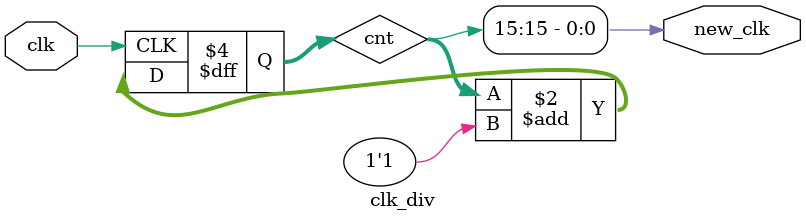
<source format=v>
`timescale 1ns / 1ps

module clk_div(
    input clk,
    output new_clk
);

reg [15:0] cnt = 0;

assign new_clk = cnt[15];

always@ (posedge clk) begin
    cnt <= cnt + 1'b1;
end

endmodule

</source>
